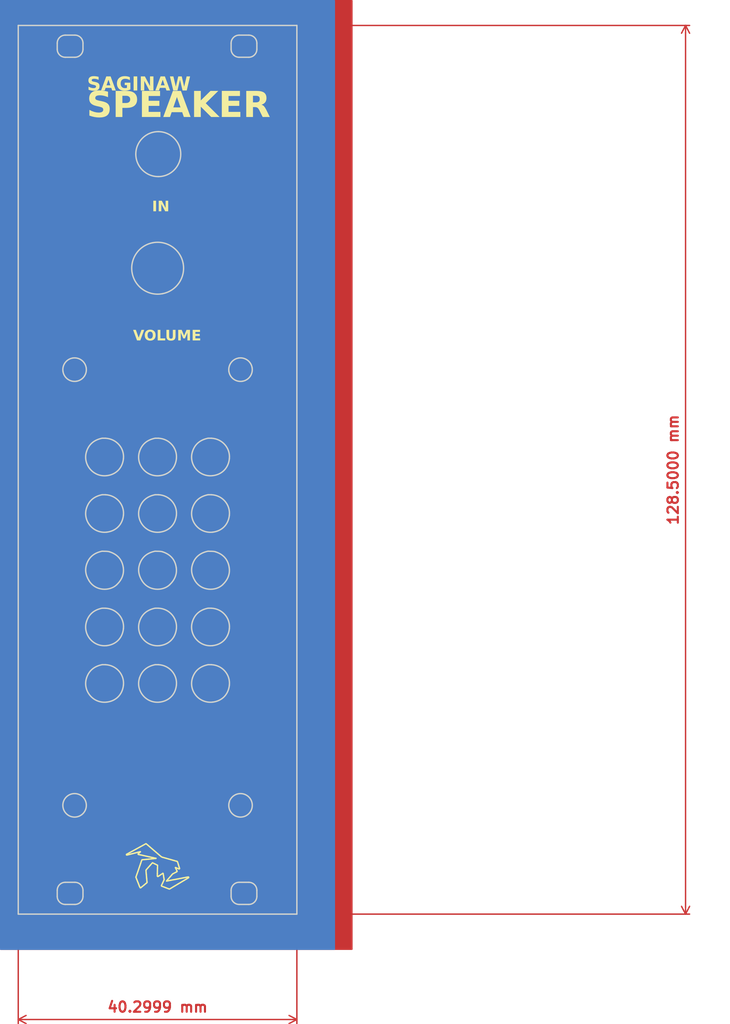
<source format=kicad_pcb>
(kicad_pcb (version 20221018) (generator pcbnew)
  (layers (0 "F.Cu" signal) (31 "B.Cu" signal) (34 "B.Paste" user) (35 "F.Paste" user) (36 "B.SilkS" user "B.Silkscreen") (37 "F.SilkS" user "F.Silkscreen") (38 "B.Mask" user) (39 "F.Mask" user) (44 "Edge.Cuts" user))
  (net 0 "")
  (footprint "LOGO" (layer "F.Cu") (at 20.32 -101.6)
    (fp_text reference "G***" hide)
    (fp_text value "LOGO" hide)
  )
  (gr_rect (start -2.54 -132.08) (end 48.26 5.08) (stroke (width 0.2)) (fill solid) (layer "F.Cu"))
  (gr_rect (start -2.54 -132.08) (end 45.72 5.08) (stroke (width 0.2)) (fill solid) (layer "B.Cu"))
  (gr_curve (pts (xy 21.454531 -4.780492) (xy 21.458765 -4.789311) (xy 21.461234 -4.801305) (xy 21.467584 -4.809067)) (stroke (width 0.2)) (layer "F.SilkS"))
  (gr_curve (pts (xy 22.532268 -7.751233) (xy 22.462417 -7.770636) (xy 22.391862 -7.785805) (xy 22.322012 -7.806619)) (stroke (width 0.2)) (layer "F.SilkS"))
  (gr_curve (pts (xy 19.09727 -7.072842) (xy 19.19499 -7.181497) (xy 19.292003 -7.291917) (xy 19.39184 -7.399867)) (stroke (width 0.2)) (layer "F.SilkS"))
  (gr_curve (pts (xy 22.322012 -7.806619) (xy 22.229584 -7.833078) (xy 22.138215 -7.865181) (xy 22.04614 -7.890933)) (stroke (width 0.2)) (layer "F.SilkS"))
  (gr_curve (pts (xy 24.647876 -5.334353) (xy 24.624592 -5.371747) (xy 24.588255 -5.383742) (xy 24.545923 -5.368219)) (stroke (width 0.2)) (layer "F.SilkS"))
  (gr_curve (pts (xy 17.358429 -8.733719) (xy 17.318565 -8.697736) (xy 17.330207 -8.63988) (xy 17.381713 -8.62577)) (stroke (width 0.2)) (layer "F.SilkS"))
  (gr_curve (pts (xy 23.229356 -6.926438) (xy 23.202546 -7.016397) (xy 23.18032 -7.107061) (xy 23.153154 -7.197372)) (stroke (width 0.2)) (layer "F.SilkS"))
  (gr_curve (pts (xy 17.633949 -8.975372) (xy 17.543285 -8.893527) (xy 17.449445 -8.815564) (xy 17.358429 -8.733719)) (stroke (width 0.2)) (layer "F.SilkS"))
  (gr_curve (pts (xy 17.405702 -6.465358) (xy 17.374304 -6.373283) (xy 17.345024 -6.279444) (xy 17.312921 -6.187017)) (stroke (width 0.2)) (layer "F.SilkS"))
  (gr_curve (pts (xy 21.615751 -4.992864) (xy 21.734636 -5.129389) (xy 21.853171 -5.265914) (xy 21.972409 -5.401028)) (stroke (width 0.2)) (layer "F.SilkS"))
  (gr_curve (pts (xy 22.446543 -5.872691) (xy 22.5873 -5.946069) (xy 22.728764 -6.016625) (xy 22.869171 -6.090356)) (stroke (width 0.2)) (layer "F.SilkS"))
  (gr_curve (pts (xy 17.022584 -5.326239) (xy 17.056099 -5.222522) (xy 17.100548 -5.121981) (xy 17.140059 -5.020733)) (stroke (width 0.2)) (layer "F.SilkS"))
  (gr_curve (pts (xy 22.437017 -3.954639) (xy 22.51357 -3.999795) (xy 22.590124 -4.044244) (xy 22.665617 -4.088342)) (stroke (width 0.2)) (layer "F.SilkS"))
  (gr_curve (pts (xy 18.229437 -8.441619) (xy 18.301051 -8.426097) (xy 18.372665 -8.409516) (xy 18.444985 -8.392936)) (stroke (width 0.2)) (layer "F.SilkS"))
  (gr_curve (pts (xy 21.756156 -7.965722) (xy 21.639034 -7.998177) (xy 21.52297 -8.034161) (xy 21.405143 -8.068027)) (stroke (width 0.2)) (layer "F.SilkS"))
  (gr_curve (pts (xy 20.353512 -5.528733) (xy 20.532018 -5.647266) (xy 20.709817 -5.768269) (xy 20.89044 -5.886097)) (stroke (width 0.2)) (layer "F.SilkS"))
  (gr_curve (pts (xy 20.652315 -8.328378) (xy 20.571882 -8.399639) (xy 20.488626 -8.468784) (xy 20.407487 -8.538634)) (stroke (width 0.2)) (layer "F.SilkS"))
  (gr_curve (pts (xy 24.505352 -5.356225) (xy 24.428095 -5.342467) (xy 24.349426 -5.332236) (xy 24.272167 -5.317772)) (stroke (width 0.2)) (layer "F.SilkS"))
  (gr_curve (pts (xy 17.843145 -3.91407) (xy 17.957798 -4.006497) (xy 18.074568 -4.097514) (xy 18.188162 -4.189589)) (stroke (width 0.2)) (layer "F.SilkS"))
  (gr_curve (pts (xy 17.279054 -8.938683) (xy 17.385946 -8.967964) (xy 17.492837 -8.997244) (xy 17.599729 -9.024056)) (stroke (width 0.2)) (layer "F.SilkS"))
  (gr_curve (pts (xy 21.05307 -5.265208) (xy 21.060831 -5.21723) (xy 21.077059 -5.171369) (xy 21.085173 -5.124097)) (stroke (width 0.2)) (layer "F.SilkS"))
  (gr_curve (pts (xy 23.331309 -6.602236) (xy 23.323194 -6.651625) (xy 23.303439 -6.699603) (xy 23.287917 -6.748286)) (stroke (width 0.2)) (layer "F.SilkS"))
  (gr_curve (pts (xy 20.124559 -7.075664) (xy 20.13867 -7.068255) (xy 20.153134 -7.044972) (xy 20.152782 -7.028392)) (stroke (width 0.2)) (layer "F.SilkS"))
  (gr_curve (pts (xy 17.140059 -5.020733) (xy 17.181334 -4.912431) (xy 17.222257 -4.805186) (xy 17.264943 -4.698647)) (stroke (width 0.2)) (layer "F.SilkS"))
  (gr_curve (pts (xy 18.516246 -10.162117) (xy 18.500724 -10.174816) (xy 18.462623 -10.178697) (xy 18.444985 -10.16882)) (stroke (width 0.2)) (layer "F.SilkS"))
  (gr_curve (pts (xy 17.60996 -9.709503) (xy 17.42581 -9.608256) (xy 17.242365 -9.508419) (xy 17.058568 -9.407878)) (stroke (width 0.2)) (layer "F.SilkS"))
  (gr_curve (pts (xy 23.069546 -7.460897) (xy 23.043089 -7.529689) (xy 23.048381 -7.623527) (xy 22.943607 -7.638697)) (stroke (width 0.2)) (layer "F.SilkS"))
  (gr_curve (pts (xy 18.049874 -8.481483) (xy 18.10914 -8.467372) (xy 18.169112 -8.455378) (xy 18.229437 -8.441619)) (stroke (width 0.2)) (layer "F.SilkS"))
  (gr_curve (pts (xy 21.107045 -3.909131) (xy 21.200885 -3.872089) (xy 21.294018 -3.833283) (xy 21.388562 -3.7973)) (stroke (width 0.2)) (layer "F.SilkS"))
  (gr_curve (pts (xy 20.756384 -4.041775) (xy 20.874564 -3.999795) (xy 20.990629 -3.954639) (xy 21.107045 -3.909131)) (stroke (width 0.2)) (layer "F.SilkS"))
  (gr_curve (pts (xy 23.300971 -6.541205) (xy 23.316845 -6.556375) (xy 23.334838 -6.583186) (xy 23.331309 -6.602236)) (stroke (width 0.2)) (layer "F.SilkS"))
  (gr_curve (pts (xy 18.787885 -9.929283) (xy 18.697573 -10.006894) (xy 18.609732 -10.086975) (xy 18.516246 -10.162117)) (stroke (width 0.2)) (layer "F.SilkS"))
  (gr_curve (pts (xy 19.542829 -8.015463) (xy 19.43382 -8.004175) (xy 19.32587 -7.991475) (xy 19.216862 -7.980186)) (stroke (width 0.2)) (layer "F.SilkS"))
  (gr_curve (pts (xy 19.037651 -8.266289) (xy 19.126551 -8.245828) (xy 19.213686 -8.220428) (xy 19.301881 -8.199966)) (stroke (width 0.2)) (layer "F.SilkS"))
  (gr_curve (pts (xy 15.650631 -8.576733) (xy 15.671446 -8.542161) (xy 15.698257 -8.522053) (xy 15.748704 -8.545336)) (stroke (width 0.2)) (layer "F.SilkS"))
  (gr_curve (pts (xy 23.246288 -6.530622) (xy 23.261104 -6.524625) (xy 23.288975 -6.529917) (xy 23.300971 -6.541205)) (stroke (width 0.2)) (layer "F.SilkS"))
  (gr_curve (pts (xy 22.064837 -4.896908) (xy 22.029207 -4.889853) (xy 21.994635 -4.88315) (xy 21.959709 -4.876447)) (stroke (width 0.2)) (layer "F.SilkS"))
  (gr_curve (pts (xy 20.407487 -8.538634) (xy 20.324937 -8.609894) (xy 20.242387 -8.68045) (xy 20.159838 -8.751711)) (stroke (width 0.2)) (layer "F.SilkS"))
  (gr_curve (pts (xy 22.867053 -6.684786) (xy 22.993348 -6.632928) (xy 23.11929 -6.580364) (xy 23.246288 -6.530622)) (stroke (width 0.2)) (layer "F.SilkS"))
  (gr_curve (pts (xy 19.899134 -8.075436) (xy 19.906895 -8.074025) (xy 19.914303 -8.069438) (xy 19.921359 -8.065558)) (stroke (width 0.2)) (layer "F.SilkS"))
  (gr_curve (pts (xy 23.581781 -5.179836) (xy 23.50558 -5.165372) (xy 23.429029 -5.155142) (xy 23.353533 -5.140678)) (stroke (width 0.2)) (layer "F.SilkS"))
  (gr_curve (pts (xy 20.908079 -4.551539) (xy 20.843168 -4.415014) (xy 20.778256 -4.278136) (xy 20.712287 -4.142317)) (stroke (width 0.2)) (layer "F.SilkS"))
  (gr_curve (pts (xy 21.101048 -4.980164) (xy 21.09364 -4.932186) (xy 21.0633 -4.888441) (xy 21.042487 -4.843286)) (stroke (width 0.2)) (layer "F.SilkS"))
  (gr_curve (pts (xy 21.959709 -4.876447) (xy 21.883156 -4.859867) (xy 21.806957 -4.843286) (xy 21.730404 -4.827764)) (stroke (width 0.2)) (layer "F.SilkS"))
  (gr_curve (pts (xy 17.694979 -7.307438) (xy 17.662523 -7.215364) (xy 17.631479 -7.12223) (xy 17.599729 -7.029097)) (stroke (width 0.2)) (layer "F.SilkS"))
  (gr_curve (pts (xy 17.732021 -3.820583) (xy 17.766593 -3.853392) (xy 17.805046 -3.885142) (xy 17.843145 -3.91407)) (stroke (width 0.2)) (layer "F.SilkS"))
  (gr_curve (pts (xy 16.676157 -9.197622) (xy 16.49236 -9.097081) (xy 16.309268 -8.996539) (xy 16.124765 -8.896703)) (stroke (width 0.2)) (layer "F.SilkS"))
  (gr_curve (pts (xy 17.058568 -9.407878) (xy 16.930863 -9.338028) (xy 16.803862 -9.267472) (xy 16.676157 -9.197622)) (stroke (width 0.2)) (layer "F.SilkS"))
  (gr_curve (pts (xy 20.965935 -5.783791) (xy 20.982514 -5.700536) (xy 21.001917 -5.61728) (xy 21.016029 -5.533319)) (stroke (width 0.2)) (layer "F.SilkS"))
  (gr_curve (pts (xy 18.512365 -7.910336) (xy 18.373371 -7.897636) (xy 18.233671 -7.886347) (xy 18.094324 -7.874352)) (stroke (width 0.2)) (layer "F.SilkS"))
  (gr_curve (pts (xy 23.748645 -4.732514) (xy 23.832605 -4.782608) (xy 23.918684 -4.829881) (xy 24.00335 -4.881033)) (stroke (width 0.2)) (layer "F.SilkS"))
  (gr_curve (pts (xy 15.748704 -8.545336) (xy 15.800562 -8.57003) (xy 15.86124 -8.573911) (xy 15.918389 -8.587316)) (stroke (width 0.2)) (layer "F.SilkS"))
  (gr_curve (pts (xy 24.272167 -5.317772) (xy 24.154692 -5.296958) (xy 24.037217 -5.272617) (xy 23.919742 -5.250391)) (stroke (width 0.2)) (layer "F.SilkS"))
  (gr_curve (pts (xy 23.115409 -5.091994) (xy 23.042736 -5.07753) (xy 22.968653 -5.066947) (xy 22.895628 -5.053542)) (stroke (width 0.2)) (layer "F.SilkS"))
  (gr_curve (pts (xy 21.191007 -8.125178) (xy 21.098579 -8.151283) (xy 21.007915 -8.187267) (xy 20.914077 -8.20667)) (stroke (width 0.2)) (layer "F.SilkS"))
  (gr_curve (pts (xy 19.39184 -7.399867) (xy 19.401012 -7.41045) (xy 19.428529 -7.413272) (xy 19.443345 -7.407275)) (stroke (width 0.2)) (layer "F.SilkS"))
  (gr_curve (pts (xy 16.09619 -8.632472) (xy 16.16992 -8.651875) (xy 16.243298 -8.673747) (xy 16.318088 -8.692444)) (stroke (width 0.2)) (layer "F.SilkS"))
  (gr_curve (pts (xy 22.764394 -6.726061) (xy 22.798966 -6.712302) (xy 22.833186 -6.698897) (xy 22.867053 -6.684786)) (stroke (width 0.2)) (layer "F.SilkS"))
  (gr_line (start 23.03674 -4.308122) (end 23.178909 -4.395258) (stroke (width 0.2)) (layer "F.SilkS"))
  (gr_curve (pts (xy 21.487693 -4.778728) (xy 21.477815 -4.776611) (xy 21.465821 -4.779786) (xy 21.454531 -4.780492)) (stroke (width 0.2)) (layer "F.SilkS"))
  (gr_curve (pts (xy 23.178909 -4.395258) (xy 23.265338 -4.445) (xy 23.352475 -4.493683) (xy 23.438201 -4.54413)) (stroke (width 0.2)) (layer "F.SilkS"))
  (gr_curve (pts (xy 18.613965 -4.706761) (xy 18.601618 -4.847872) (xy 18.591034 -4.988983) (xy 18.578334 -5.129389)) (stroke (width 0.2)) (layer "F.SilkS"))
  (gr_curve (pts (xy 24.305682 -5.06483) (xy 24.40975 -5.126567) (xy 24.51523 -5.186539) (xy 24.618241 -5.249686)) (stroke (width 0.2)) (layer "F.SilkS"))
  (gr_curve (pts (xy 17.036696 -8.872714) (xy 17.118187 -8.893527) (xy 17.198268 -8.916811) (xy 17.279054 -8.938683)) (stroke (width 0.2)) (layer "F.SilkS"))
  (gr_curve (pts (xy 22.425729 -4.966406) (xy 22.305078 -4.944886) (xy 22.184076 -4.920897) (xy 22.064837 -4.896908)) (stroke (width 0.2)) (layer "F.SilkS"))
  (gr_curve (pts (xy 17.381713 -8.62577) (xy 17.466026 -8.603191) (xy 17.551046 -8.587316) (xy 17.636771 -8.57003)) (stroke (width 0.2)) (layer "F.SilkS"))
  (gr_curve (pts (xy 19.761903 -7.26193) (xy 19.883612 -7.201605) (xy 20.004262 -7.139516) (xy 20.124559 -7.075664)) (stroke (width 0.2)) (layer "F.SilkS"))
  (gr_curve (pts (xy 17.044104 -5.424311) (xy 17.033168 -5.392208) (xy 17.013766 -5.35305) (xy 17.022584 -5.326239)) (stroke (width 0.2)) (layer "F.SilkS"))
  (gr_curve (pts (xy 22.158323 -5.606697) (xy 22.163261 -5.6134) (xy 22.166437 -5.622572) (xy 22.171729 -5.628569)) (stroke (width 0.2)) (layer "F.SilkS"))
  (gr_curve (pts (xy 22.171729 -5.628569) (xy 22.22006 -5.685719) (xy 22.264157 -5.746397) (xy 22.317778 -5.79755)) (stroke (width 0.2)) (layer "F.SilkS"))
  (gr_curve (pts (xy 19.301881 -8.199966) (xy 19.37032 -8.18515) (xy 19.439818 -8.176683) (xy 19.508257 -8.162572)) (stroke (width 0.2)) (layer "F.SilkS"))
  (gr_curve (pts (xy 18.525771 -5.728405) (xy 18.520125 -5.786966) (xy 18.513071 -5.845528) (xy 18.507778 -5.904089)) (stroke (width 0.2)) (layer "F.SilkS"))
  (gr_curve (pts (xy 18.561401 -5.305778) (xy 18.549054 -5.446889) (xy 18.537413 -5.587295) (xy 18.525771 -5.728405)) (stroke (width 0.2)) (layer "F.SilkS"))
  (gr_curve (pts (xy 17.264943 -4.698647) (xy 17.293165 -4.627386) (xy 17.324916 -4.55683) (xy 17.352432 -4.485569)) (stroke (width 0.2)) (layer "F.SilkS"))
  (gr_curve (pts (xy 20.953235 -5.87763) (xy 20.959584 -5.846939) (xy 20.959584 -5.815541) (xy 20.965935 -5.783791)) (stroke (width 0.2)) (layer "F.SilkS"))
  (gr_curve (pts (xy 17.501304 -6.744052) (xy 17.468848 -6.651625) (xy 17.437452 -6.558492) (xy 17.405702 -6.465358)) (stroke (width 0.2)) (layer "F.SilkS"))
  (gr_curve (pts (xy 17.870309 -7.81438) (xy 17.841735 -7.745236) (xy 17.818098 -7.673269) (xy 17.793757 -7.602008)) (stroke (width 0.2)) (layer "F.SilkS"))
  (gr_curve (pts (xy 23.287917 -6.748286) (xy 23.268514 -6.808611) (xy 23.246643 -6.867172) (xy 23.229356 -6.926438)) (stroke (width 0.2)) (layer "F.SilkS"))
  (gr_curve (pts (xy 23.919742 -5.250391) (xy 23.882699 -5.241925) (xy 23.844246 -5.235222) (xy 23.806501 -5.227814)) (stroke (width 0.2)) (layer "F.SilkS"))
  (gr_curve (pts (xy 21.742045 -3.662186) (xy 21.787906 -3.646311) (xy 21.844703 -3.615619) (xy 21.882451 -3.629025)) (stroke (width 0.2)) (layer "F.SilkS"))
  (gr_curve (pts (xy 17.63042 -3.829403) (xy 17.655821 -3.786717) (xy 17.692157 -3.78213) (xy 17.732021 -3.820583)) (stroke (width 0.2)) (layer "F.SilkS"))
  (gr_curve (pts (xy 22.7397 -6.699603) (xy 22.735819 -6.707011) (xy 22.738995 -6.719005) (xy 22.738995 -6.728883)) (stroke (width 0.2)) (layer "F.SilkS"))
  (gr_curve (pts (xy 23.806501 -5.227814) (xy 23.731357 -5.211939) (xy 23.657627 -5.193947) (xy 23.581781 -5.179836)) (stroke (width 0.2)) (layer "F.SilkS"))
  (gr_curve (pts (xy 22.662441 -5.004153) (xy 22.583772 -4.988983) (xy 22.504399 -4.980869) (xy 22.425729 -4.966406)) (stroke (width 0.2)) (layer "F.SilkS"))
  (gr_curve (pts (xy 16.80492 -8.815564) (xy 16.882884 -8.835672) (xy 16.960143 -8.852253) (xy 17.036696 -8.872714)) (stroke (width 0.2)) (layer "F.SilkS"))
  (gr_curve (pts (xy 21.730404 -4.827764) (xy 21.649618 -4.810478) (xy 21.568479 -4.794603) (xy 21.487693 -4.778728)) (stroke (width 0.2)) (layer "F.SilkS"))
  (gr_curve (pts (xy 17.352432 -4.485569) (xy 17.408171 -4.340578) (xy 17.458265 -4.194175) (xy 17.516474 -4.050947)) (stroke (width 0.2)) (layer "F.SilkS"))
  (gr_curve (pts (xy 18.507778 -5.904089) (xy 18.495785 -6.0452) (xy 18.475323 -6.186311) (xy 18.477793 -6.326717)) (stroke (width 0.2)) (layer "F.SilkS"))
  (gr_curve (pts (xy 19.665948 -9.174339) (xy 19.584104 -9.244894) (xy 19.502259 -9.314744) (xy 19.42112 -9.384594)) (stroke (width 0.2)) (layer "F.SilkS"))
  (gr_curve (pts (xy 18.444985 -8.392936) (xy 18.50919 -8.379531) (xy 18.573043 -8.365772) (xy 18.636895 -8.351661)) (stroke (width 0.2)) (layer "F.SilkS"))
  (gr_curve (pts (xy 18.851385 -7.944908) (xy 18.738849 -7.93362) (xy 18.62596 -7.920919) (xy 18.512365 -7.910336)) (stroke (width 0.2)) (layer "F.SilkS"))
  (gr_curve (pts (xy 22.738995 -6.728883) (xy 22.747462 -6.728177) (xy 22.756279 -6.728883) (xy 22.764394 -6.726061)) (stroke (width 0.2)) (layer "F.SilkS"))
  (gr_curve (pts (xy 24.545923 -5.368219) (xy 24.532164 -5.363633) (xy 24.519111 -5.357636) (xy 24.505352 -5.356225)) (stroke (width 0.2)) (layer "F.SilkS"))
  (gr_curve (pts (xy 21.016029 -5.533319) (xy 21.030845 -5.444772) (xy 21.039313 -5.354461) (xy 21.05307 -5.265208)) (stroke (width 0.2)) (layer "F.SilkS"))
  (gr_curve (pts (xy 20.712287 -4.142317) (xy 20.690062 -4.098219) (xy 20.710876 -4.058355) (xy 20.756384 -4.041775)) (stroke (width 0.2)) (layer "F.SilkS"))
  (gr_curve (pts (xy 21.388562 -3.7973) (xy 21.506037 -3.751439) (xy 21.623512 -3.705578) (xy 21.742045 -3.662186)) (stroke (width 0.2)) (layer "F.SilkS"))
  (gr_curve (pts (xy 18.188162 -4.189589) (xy 18.273182 -4.258733) (xy 18.354673 -4.331406) (xy 18.437224 -4.401961)) (stroke (width 0.2)) (layer "F.SilkS"))
  (gr_curve (pts (xy 22.04614 -7.890933) (xy 21.949831 -7.917745) (xy 21.853171 -7.938911) (xy 21.756156 -7.965722)) (stroke (width 0.2)) (layer "F.SilkS"))
  (gr_curve (pts (xy 15.688732 -8.662458) (xy 15.657335 -8.645878) (xy 15.627701 -8.615892) (xy 15.650631 -8.576733)) (stroke (width 0.2)) (layer "F.SilkS"))
  (gr_curve (pts (xy 20.89044 -5.886097) (xy 20.905257 -5.894916) (xy 20.940886 -5.934075) (xy 20.953235 -5.87763)) (stroke (width 0.2)) (layer "F.SilkS"))
  (gr_curve (pts (xy 17.91864 -7.85495) (xy 17.900649 -7.851775) (xy 17.87807 -7.832372) (xy 17.870309 -7.81438)) (stroke (width 0.2)) (layer "F.SilkS"))
  (gr_curve (pts (xy 22.869171 -6.090356) (xy 23.007459 -6.163028) (xy 23.004636 -6.159852) (xy 22.934081 -6.294261)) (stroke (width 0.2)) (layer "F.SilkS"))
  (gr_curve (pts (xy 18.477793 -6.326717) (xy 18.478145 -6.3754) (xy 18.531062 -6.426552) (xy 18.567046 -6.47065)) (stroke (width 0.2)) (layer "F.SilkS"))
  (gr_curve (pts (xy 21.972409 -5.401028) (xy 22.033087 -5.470878) (xy 22.096234 -5.538611) (xy 22.158323 -5.606697)) (stroke (width 0.2)) (layer "F.SilkS"))
  (gr_curve (pts (xy 16.318088 -8.692444) (xy 16.399226 -8.712553) (xy 16.481423 -8.729839) (xy 16.562916 -8.7503)) (stroke (width 0.2)) (layer "F.SilkS"))
  (gr_curve (pts (xy 18.437224 -4.401961) (xy 18.470384 -4.429831) (xy 18.502487 -4.458405) (xy 18.538471 -4.481689)) (stroke (width 0.2)) (layer "F.SilkS"))
  (gr_curve (pts (xy 17.312921 -6.187017) (xy 17.268471 -6.061075) (xy 17.221904 -5.936192) (xy 17.177453 -5.81025)) (stroke (width 0.2)) (layer "F.SilkS"))
  (gr_curve (pts (xy 22.943607 -7.638697) (xy 22.923851 -7.641519) (xy 22.903035 -7.643283) (xy 22.883632 -7.648222)) (stroke (width 0.2)) (layer "F.SilkS"))
  (gr_curve (pts (xy 18.094324 -7.874352) (xy 18.035763 -7.869061) (xy 17.976496 -7.865181) (xy 17.91864 -7.85495)) (stroke (width 0.2)) (layer "F.SilkS"))
  (gr_curve (pts (xy 18.444985 -10.16882) (xy 18.282707 -10.082389) (xy 18.122545 -9.991725) (xy 17.96168 -9.902472)) (stroke (width 0.2)) (layer "F.SilkS"))
  (gr_curve (pts (xy 19.921359 -8.065558) (xy 19.914303 -8.060619) (xy 19.906895 -8.052152) (xy 19.899134 -8.051447)) (stroke (width 0.2)) (layer "F.SilkS"))
  (gr_curve (pts (xy 18.538471 -4.481689) (xy 18.59421 -4.517672) (xy 18.644304 -4.555067) (xy 18.630899 -4.632678)) (stroke (width 0.2)) (layer "F.SilkS"))
  (gr_curve (pts (xy 17.664992 -9.021939) (xy 17.654409 -9.006064) (xy 17.647706 -8.986661) (xy 17.633949 -8.975372)) (stroke (width 0.2)) (layer "F.SilkS"))
  (gr_curve (pts (xy 17.516474 -4.050947) (xy 17.547871 -3.974394) (xy 17.589145 -3.900664) (xy 17.63042 -3.829403)) (stroke (width 0.2)) (layer "F.SilkS"))
  (gr_curve (pts (xy 18.567046 -6.47065) (xy 18.642187 -6.561667) (xy 18.720856 -6.64845) (xy 18.79882 -6.73735)) (stroke (width 0.2)) (layer "F.SilkS"))
  (gr_curve (pts (xy 20.119267 -5.865636) (xy 20.116798 -5.745691) (xy 20.118562 -5.625747) (xy 20.118562 -5.504744)) (stroke (width 0.2)) (layer "F.SilkS"))
  (gr_curve (pts (xy 23.153154 -7.197372) (xy 23.127402 -7.285919) (xy 23.100945 -7.374466) (xy 23.069546 -7.460897)) (stroke (width 0.2)) (layer "F.SilkS"))
  (gr_curve (pts (xy 18.840095 -8.3058) (xy 18.906418 -8.291689) (xy 18.972387 -8.281105) (xy 19.037651 -8.266289)) (stroke (width 0.2)) (layer "F.SilkS"))
  (gr_curve (pts (xy 16.562916 -8.7503) (xy 16.644054 -8.770408) (xy 16.724488 -8.794397) (xy 16.80492 -8.815564)) (stroke (width 0.2)) (layer "F.SilkS"))
  (gr_curve (pts (xy 17.599729 -7.029097) (xy 17.566567 -6.934553) (xy 17.53376 -6.839302) (xy 17.501304 -6.744052)) (stroke (width 0.2)) (layer "F.SilkS"))
  (gr_curve (pts (xy 18.636895 -8.351661) (xy 18.704982 -8.336844) (xy 18.772362 -8.320264) (xy 18.840095 -8.3058)) (stroke (width 0.2)) (layer "F.SilkS"))
  (gr_curve (pts (xy 22.317778 -5.79755) (xy 22.353057 -5.830358) (xy 22.402445 -5.850114) (xy 22.446543 -5.872691)) (stroke (width 0.2)) (layer "F.SilkS"))
  (gr_curve (pts (xy 19.030243 -9.722203) (xy 18.949457 -9.791347) (xy 18.868671 -9.859433) (xy 18.787885 -9.929283)) (stroke (width 0.2)) (layer "F.SilkS"))
  (gr_curve (pts (xy 19.443345 -7.407275) (xy 19.550237 -7.361061) (xy 19.657128 -7.312731) (xy 19.761903 -7.26193)) (stroke (width 0.2)) (layer "F.SilkS"))
  (gr_curve (pts (xy 17.177453 -5.81025) (xy 17.132298 -5.681839) (xy 17.088554 -5.552722) (xy 17.044104 -5.424311)) (stroke (width 0.2)) (layer "F.SilkS"))
  (gr_curve (pts (xy 17.793757 -7.602008) (xy 17.760242 -7.504289) (xy 17.727787 -7.405864) (xy 17.694979 -7.307438)) (stroke (width 0.2)) (layer "F.SilkS"))
  (gr_curve (pts (xy 20.212048 -5.440186) (xy 20.259673 -5.469467) (xy 20.307651 -5.497336) (xy 20.353512 -5.528733)) (stroke (width 0.2)) (layer "F.SilkS"))
  (gr_curve (pts (xy 22.100468 -3.75285) (xy 22.212651 -3.820583) (xy 22.324834 -3.887964) (xy 22.437017 -3.954639)) (stroke (width 0.2)) (layer "F.SilkS"))
  (gr_curve (pts (xy 20.159838 -8.751711) (xy 20.077992 -8.822266) (xy 19.996148 -8.891411) (xy 19.914303 -8.961261)) (stroke (width 0.2)) (layer "F.SilkS"))
  (gr_curve (pts (xy 16.124765 -8.896703) (xy 15.979774 -8.818386) (xy 15.832664 -8.741834) (xy 15.688732 -8.662458)) (stroke (width 0.2)) (layer "F.SilkS"))
  (gr_curve (pts (xy 21.882451 -3.629025) (xy 21.960061 -3.656895) (xy 22.028854 -3.709458) (xy 22.100468 -3.75285)) (stroke (width 0.2)) (layer "F.SilkS"))
  (gr_curve (pts (xy 17.636771 -8.57003) (xy 17.703798 -8.55592) (xy 17.770827 -8.545336) (xy 17.837854 -8.53193)) (stroke (width 0.2)) (layer "F.SilkS"))
  (gr_curve (pts (xy 17.96168 -9.902472) (xy 17.84491 -9.837914) (xy 17.727787 -9.773356) (xy 17.60996 -9.709503)) (stroke (width 0.2)) (layer "F.SilkS"))
  (gr_curve (pts (xy 22.895628 -5.053542) (xy 22.817664 -5.038019) (xy 22.740758 -5.018264) (xy 22.662441 -5.004153)) (stroke (width 0.2)) (layer "F.SilkS"))
  (gr_curve (pts (xy 15.918389 -8.587316) (xy 15.977657 -8.60178) (xy 16.036571 -8.616597) (xy 16.09619 -8.632472)) (stroke (width 0.2)) (layer "F.SilkS"))
  (gr_curve (pts (xy 21.467584 -4.809067) (xy 21.516267 -4.87045) (xy 21.564951 -4.932892) (xy 21.615751 -4.992864)) (stroke (width 0.2)) (layer "F.SilkS"))
  (gr_curve (pts (xy 23.438201 -4.54413) (xy 23.54227 -4.60622) (xy 23.644928 -4.670778) (xy 23.748645 -4.732514)) (stroke (width 0.2)) (layer "F.SilkS"))
  (gr_curve (pts (xy 21.405143 -8.068027) (xy 21.333529 -8.088136) (xy 21.262268 -8.104716) (xy 21.191007 -8.125178)) (stroke (width 0.2)) (layer "F.SilkS"))
  (gr_curve (pts (xy 21.042487 -4.843286) (xy 20.997332 -4.745919) (xy 20.953235 -4.6482) (xy 20.908079 -4.551539)) (stroke (width 0.2)) (layer "F.SilkS"))
  (gr_curve (pts (xy 19.42112 -9.384594) (xy 19.29024 -9.49713) (xy 19.160065 -9.609667) (xy 19.030243 -9.722203)) (stroke (width 0.2)) (layer "F.SilkS"))
  (gr_curve (pts (xy 20.152782 -7.028392) (xy 20.149253 -6.897864) (xy 20.140787 -6.766278) (xy 20.136906 -6.63575)) (stroke (width 0.2)) (layer "F.SilkS"))
  (gr_curve (pts (xy 17.837854 -8.53193) (xy 17.908762 -8.516055) (xy 17.978966 -8.497358) (xy 18.049874 -8.481483)) (stroke (width 0.2)) (layer "F.SilkS"))
  (gr_curve (pts (xy 18.630899 -4.632678) (xy 18.626312 -4.657372) (xy 18.616435 -4.681361) (xy 18.613965 -4.706761)) (stroke (width 0.2)) (layer "F.SilkS"))
  (gr_curve (pts (xy 19.899134 -8.051447) (xy 19.780601 -8.038747) (xy 19.661362 -8.027458) (xy 19.542829 -8.015463)) (stroke (width 0.2)) (layer "F.SilkS"))
  (gr_curve (pts (xy 22.665617 -4.088342) (xy 22.789441 -4.161014) (xy 22.913973 -4.233333) (xy 23.03674 -4.308122)) (stroke (width 0.2)) (layer "F.SilkS"))
  (gr_curve (pts (xy 19.216862 -7.980186) (xy 19.095506 -7.968192) (xy 18.973446 -7.956903) (xy 18.851385 -7.944908)) (stroke (width 0.2)) (layer "F.SilkS"))
  (gr_curve (pts (xy 19.508257 -8.162572) (xy 19.638784 -8.135408) (xy 19.769312 -8.104716) (xy 19.899134 -8.075436)) (stroke (width 0.2)) (layer "F.SilkS"))
  (gr_curve (pts (xy 20.118562 -5.504744) (xy 20.11962 -5.455003) (xy 20.174654 -5.416903) (xy 20.212048 -5.440186)) (stroke (width 0.2)) (layer "F.SilkS"))
  (gr_curve (pts (xy 19.914303 -8.961261) (xy 19.831401 -9.032522) (xy 19.748498 -9.103783) (xy 19.665948 -9.174339)) (stroke (width 0.2)) (layer "F.SilkS"))
  (gr_curve (pts (xy 17.599729 -9.024056) (xy 17.619837 -9.029347) (xy 17.64312 -9.022645) (xy 17.664992 -9.021939)) (stroke (width 0.2)) (layer "F.SilkS"))
  (gr_curve (pts (xy 18.578334 -5.129389) (xy 18.573043 -5.18795) (xy 18.56634 -5.246511) (xy 18.561401 -5.305778)) (stroke (width 0.2)) (layer "F.SilkS"))
  (gr_curve (pts (xy 23.353533 -5.140678) (xy 23.273805 -5.125508) (xy 23.195136 -5.106811) (xy 23.115409 -5.091994)) (stroke (width 0.2)) (layer "F.SilkS"))
  (gr_curve (pts (xy 18.79882 -6.73735) (xy 18.897952 -6.84918) (xy 18.997787 -6.961011) (xy 19.09727 -7.072842)) (stroke (width 0.2)) (layer "F.SilkS"))
  (gr_curve (pts (xy 22.934081 -6.294261) (xy 22.864937 -6.427258) (xy 22.803553 -6.563783) (xy 22.7397 -6.699603)) (stroke (width 0.2)) (layer "F.SilkS"))
  (gr_curve (pts (xy 24.618241 -5.249686) (xy 24.647521 -5.267678) (xy 24.67151 -5.296958) (xy 24.647876 -5.334353)) (stroke (width 0.2)) (layer "F.SilkS"))
  (gr_curve (pts (xy 20.914077 -8.20667) (xy 20.81565 -8.227836) (xy 20.727809 -8.261703) (xy 20.652315 -8.328378)) (stroke (width 0.2)) (layer "F.SilkS"))
  (gr_curve (pts (xy 21.085173 -5.124097) (xy 21.093993 -5.076119) (xy 21.108457 -5.025672) (xy 21.101048 -4.980164)) (stroke (width 0.2)) (layer "F.SilkS"))
  (gr_curve (pts (xy 22.883632 -7.648222) (xy 22.766512 -7.682089) (xy 22.649743 -7.717366) (xy 22.532268 -7.751233)) (stroke (width 0.2)) (layer "F.SilkS"))
  (gr_curve (pts (xy 24.00335 -4.881033) (xy 24.104598 -4.941005) (xy 24.205139 -5.004153) (xy 24.305682 -5.06483)) (stroke (width 0.2)) (layer "F.SilkS"))
  (gr_curve (pts (xy 20.136906 -6.63575) (xy 20.12985 -6.379986) (xy 20.123854 -6.123164) (xy 20.119267 -5.865636)) (stroke (width 0.2)) (layer "F.SilkS"))
  (gr_curve (pts (xy 19.784836 -36.066306) (xy 18.68805 -35.837353) (xy 17.903118 -35.254916) (xy 17.541169 -34.151781)) (stroke (width 0.2)) (layer "Edge.Cuts"))
  (gr_curve (pts (xy 19.784836 -44.234275) (xy 18.68805 -44.005322) (xy 17.903118 -43.422885) (xy 17.541169 -42.319749)) (stroke (width 0.2)) (layer "Edge.Cuts"))
  (gr_curve (pts (xy 17.900296 -48.206624) (xy 18.816813 -46.703087) (xy 20.883386 -46.648052) (xy 21.912086 -47.636536)) (stroke (width 0.2)) (layer "Edge.Cuts"))
  (gr_curve (pts (xy 20.470282 -63.399559) (xy 21.758627 -63.551257) (xy 22.728412 -64.44872) (xy 22.875168 -65.848543)) (stroke (width 0.2)) (layer "Edge.Cuts"))
  (gr_line (start 9.36244 -2.562366) (end 9.36244 -3.437608) (stroke (width 0.2)) (layer "Edge.Cuts"))
  (gr_curve (pts (xy 30.471894 -78.456604) (xy 30.622289 -77.529825) (xy 31.495513 -76.900443) (xy 32.422293 -77.050839)) (stroke (width 0.2)) (layer "Edge.Cuts"))
  (gr_curve (pts (xy 19.784836 -60.642536) (xy 18.68805 -60.413582) (xy 17.903118 -59.831146) (xy 17.541169 -58.72801)) (stroke (width 0.2)) (layer "Edge.Cuts"))
  (gr_curve (pts (xy 12.629585 -36.065246) (xy 12.473305 -36.073008) (xy 12.316319 -36.066306) (xy 12.159685 -36.066306)) (stroke (width 0.2)) (layer "Edge.Cuts"))
  (gr_curve (pts (xy 25.561395 -48.206624) (xy 26.477911 -46.703087) (xy 28.544484 -46.648052) (xy 29.573184 -47.636536)) (stroke (width 0.2)) (layer "Edge.Cuts"))
  (gr_curve (pts (xy 10.239164 -48.206624) (xy 11.15568 -46.703087) (xy 13.222252 -46.648052) (xy 14.250952 -47.636536)) (stroke (width 0.2)) (layer "Edge.Cuts"))
  (gr_curve (pts (xy 15.214036 -33.104383) (xy 15.37455 -34.636145) (xy 14.208619 -35.985166) (xy 12.629585 -36.065246)) (stroke (width 0.2)) (layer "Edge.Cuts"))
  (gr_line (start 5.637459 -125.937608) (end 5.637459 -125.062371) (stroke (width 0.2)) (layer "Edge.Cuts"))
  (gr_curve (pts (xy 12.809149 -55.231625) (xy 14.097494 -55.383323) (xy 15.06728 -56.280786) (xy 15.214036 -57.680609)) (stroke (width 0.2)) (layer "Edge.Cuts"))
  (gr_line (start 6.799862 -123.899963) (end 8.200037 -123.899963) (stroke (width 0.2)) (layer "Edge.Cuts"))
  (gr_curve (pts (xy 22.875168 -57.680609) (xy 23.035682 -59.212374) (xy 21.869753 -60.561393) (xy 20.290719 -60.641475)) (stroke (width 0.2)) (layer "Edge.Cuts"))
  (gr_curve (pts (xy 8.200037 -123.899963) (xy 8.83927 -123.899963) (xy 9.36244 -124.423133) (xy 9.36244 -125.062371)) (stroke (width 0.2)) (layer "Edge.Cuts"))
  (gr_curve (pts (xy 9.880036 -34.151781) (xy 9.284195 -32.336032) (xy 10.7962 -30.417981) (xy 12.809149 -30.655399)) (stroke (width 0.2)) (layer "Edge.Cuts"))
  (gr_curve (pts (xy 9.880036 -58.72801) (xy 9.284195 -56.912261) (xy 10.7962 -54.99421) (xy 12.809149 -55.231625)) (stroke (width 0.2)) (layer "Edge.Cuts"))
  (gr_curve (pts (xy 27.445935 -60.642536) (xy 26.349148 -60.413582) (xy 25.564215 -59.831146) (xy 25.202268 -58.72801)) (stroke (width 0.2)) (layer "Edge.Cuts"))
  (gr_curve (pts (xy 30.536266 -57.680609) (xy 30.69678 -59.212374) (xy 29.53085 -60.561393) (xy 27.951817 -60.641475)) (stroke (width 0.2)) (layer "Edge.Cuts"))
  (gr_curve (pts (xy 12.809149 -30.655399) (xy 14.097494 -30.807094) (xy 15.06728 -31.70456) (xy 15.214036 -33.104383)) (stroke (width 0.2)) (layer "Edge.Cuts"))
  (gr_curve (pts (xy 17.003784 -109.894014) (xy 17.003784 -108.099076) (xy 18.458639 -106.643867) (xy 20.253572 -106.643867)) (stroke (width 0.2)) (layer "Edge.Cuts"))
  (gr_curve (pts (xy 17.541169 -58.72801) (xy 16.945328 -56.912261) (xy 18.457333 -54.99421) (xy 20.470282 -55.231625)) (stroke (width 0.2)) (layer "Edge.Cuts"))
  (gr_line (start 0 -128.500016) (end 40.299922 -128.500016) (stroke (width 0.2)) (layer "Edge.Cuts"))
  (gr_line (start 31.949883 -123.899963) (end 33.350058 -123.899963) (stroke (width 0.2)) (layer "Edge.Cuts"))
  (gr_curve (pts (xy 27.445935 -52.474532) (xy 26.395361 -52.257216) (xy 25.61819 -51.71253) (xy 25.23966 -50.668306)) (stroke (width 0.2)) (layer "Edge.Cuts"))
  (gr_curve (pts (xy 34.512461 -3.437608) (xy 34.512461 -4.076841) (xy 33.989291 -4.600011) (xy 33.350058 -4.600011)) (stroke (width 0.2)) (layer "Edge.Cuts"))
  (gr_line (start 33.350058 -127.100015) (end 31.949883 -127.100015) (stroke (width 0.2)) (layer "Edge.Cuts"))
  (gr_curve (pts (xy 20.253572 -106.643867) (xy 22.048506 -106.643867) (xy 23.503714 -108.099076) (xy 23.503714 -109.894014)) (stroke (width 0.2)) (layer "Edge.Cuts"))
  (gr_curve (pts (xy 6.799862 -4.600011) (xy 6.160629 -4.600011) (xy 5.637459 -4.076841) (xy 5.637459 -3.437608)) (stroke (width 0.2)) (layer "Edge.Cuts"))
  (gr_curve (pts (xy 13.203907 -52.390213) (xy 12.880057 -52.493577) (xy 12.509288 -52.45054) (xy 12.159685 -52.474532)) (stroke (width 0.2)) (layer "Edge.Cuts"))
  (gr_curve (pts (xy 14.250952 -47.636536) (xy 14.937458 -48.296228) (xy 15.331158 -49.100211) (xy 15.19428 -50.089045)) (stroke (width 0.2)) (layer "Edge.Cuts"))
  (gr_curve (pts (xy 20.253572 -113.144149) (xy 18.458639 -113.144149) (xy 17.003784 -111.688941) (xy 17.003784 -109.894014)) (stroke (width 0.2)) (layer "Edge.Cuts"))
  (gr_curve (pts (xy 19.784836 -68.810469) (xy 18.68805 -68.581516) (xy 17.903118 -67.999079) (xy 17.541169 -66.895944)) (stroke (width 0.2)) (layer "Edge.Cuts"))
  (gr_curve (pts (xy 12.123703 -44.234275) (xy 11.026916 -44.005322) (xy 10.241986 -43.422885) (xy 9.880036 -42.319749)) (stroke (width 0.2)) (layer "Edge.Cuts"))
  (gr_curve (pts (xy 28.131379 -30.655399) (xy 29.419724 -30.807094) (xy 30.38951 -31.70456) (xy 30.536266 -33.104383)) (stroke (width 0.2)) (layer "Edge.Cuts"))
  (gr_curve (pts (xy 22.875168 -65.848543) (xy 23.035682 -67.380308) (xy 21.869753 -68.729327) (xy 20.290719 -68.809409)) (stroke (width 0.2)) (layer "Edge.Cuts"))
  (gr_curve (pts (xy 6.471894 -78.456604) (xy 6.622289 -77.529825) (xy 7.495513 -76.900443) (xy 8.422293 -77.050839)) (stroke (width 0.2)) (layer "Edge.Cuts"))
  (gr_line (start 33.350058 -4.600011) (end 31.949883 -4.600011) (stroke (width 0.2)) (layer "Edge.Cuts"))
  (gr_curve (pts (xy 15.214036 -41.272352) (xy 15.37455 -42.804114) (xy 14.208619 -44.153135) (xy 12.629585 -44.233215)) (stroke (width 0.2)) (layer "Edge.Cuts"))
  (gr_curve (pts (xy 31.949883 -4.600011) (xy 31.310648 -4.600011) (xy 30.787481 -4.076841) (xy 30.787481 -3.437608)) (stroke (width 0.2)) (layer "Edge.Cuts"))
  (gr_curve (pts (xy 15.214036 -57.680609) (xy 15.37455 -59.212374) (xy 14.208619 -60.561393) (xy 12.629585 -60.641475)) (stroke (width 0.2)) (layer "Edge.Cuts"))
  (gr_line (start 34.512461 -2.562366) (end 34.512461 -3.437608) (stroke (width 0.2)) (layer "Edge.Cuts"))
  (gr_line (start 30.787481 -125.937608) (end 30.787481 -125.062371) (stroke (width 0.2)) (layer "Edge.Cuts"))
  (gr_curve (pts (xy 20.290719 -60.641475) (xy 20.134438 -60.649237) (xy 19.977452 -60.642536) (xy 19.820819 -60.642536)) (stroke (width 0.2)) (layer "Edge.Cuts"))
  (gr_curve (pts (xy 7.877663 -80.407) (xy 6.950883 -80.256604) (xy 6.321498 -79.383382) (xy 6.471894 -78.456604)) (stroke (width 0.2)) (layer "Edge.Cuts"))
  (gr_line (start 40.299922 -128.500016) (end 40.299922 0) (stroke (width 0.2)) (layer "Edge.Cuts"))
  (gr_curve (pts (xy 9.36244 -125.937608) (xy 9.36244 -126.576845) (xy 8.83927 -127.100015) (xy 8.200037 -127.100015)) (stroke (width 0.2)) (layer "Edge.Cuts"))
  (gr_curve (pts (xy 33.350058 -123.899963) (xy 33.989291 -123.899963) (xy 34.512461 -124.423133) (xy 34.512461 -125.062371)) (stroke (width 0.2)) (layer "Edge.Cuts"))
  (gr_curve (pts (xy 28.526139 -52.390213) (xy 28.202289 -52.493577) (xy 27.831519 -52.45054) (xy 27.481917 -52.474532)) (stroke (width 0.2)) (layer "Edge.Cuts"))
  (gr_curve (pts (xy 30.787481 -125.062371) (xy 30.787481 -124.423133) (xy 31.310648 -123.899963) (xy 31.949883 -123.899963)) (stroke (width 0.2)) (layer "Edge.Cuts"))
  (gr_curve (pts (xy 20.290719 -44.233215) (xy 20.134438 -44.240977) (xy 19.977452 -44.234275) (xy 19.820819 -44.234275)) (stroke (width 0.2)) (layer "Edge.Cuts"))
  (gr_line (start 5.637459 -3.437608) (end 5.637459 -2.562366) (stroke (width 0.2)) (layer "Edge.Cuts"))
  (gr_curve (pts (xy 15.19428 -50.089045) (xy 15.028827 -51.284257) (xy 14.321156 -52.032849) (xy 13.203907 -52.390213)) (stroke (width 0.2)) (layer "Edge.Cuts"))
  (gr_curve (pts (xy 12.629585 -60.641475) (xy 12.473305 -60.649237) (xy 12.316319 -60.642536) (xy 12.159685 -60.642536)) (stroke (width 0.2)) (layer "Edge.Cuts"))
  (gr_line (start 6.799862 -1.399963) (end 8.200037 -1.399963) (stroke (width 0.2)) (layer "Edge.Cuts"))
  (gr_curve (pts (xy 25.202268 -58.72801) (xy 24.606425 -56.912261) (xy 26.118432 -54.99421) (xy 28.131379 -55.231625)) (stroke (width 0.2)) (layer "Edge.Cuts"))
  (gr_curve (pts (xy 25.23966 -50.668306) (xy 24.920397 -49.787772) (xy 25.082674 -48.991556) (xy 25.561395 -48.206624)) (stroke (width 0.2)) (layer "Edge.Cuts"))
  (gr_curve (pts (xy 5.637459 -125.062371) (xy 5.637459 -124.423133) (xy 6.160629 -123.899963) (xy 6.799862 -123.899963)) (stroke (width 0.2)) (layer "Edge.Cuts"))
  (gr_line (start 9.36244 -125.062371) (end 9.36244 -125.937608) (stroke (width 0.2)) (layer "Edge.Cuts"))
  (gr_curve (pts (xy 30.536266 -33.104383) (xy 30.69678 -34.636145) (xy 29.53085 -35.985166) (xy 27.951817 -36.065246)) (stroke (width 0.2)) (layer "Edge.Cuts"))
  (gr_curve (pts (xy 9.880036 -42.319749) (xy 9.284195 -40.504001) (xy 10.7962 -38.58595) (xy 12.809149 -38.823368)) (stroke (width 0.2)) (layer "Edge.Cuts"))
  (gr_curve (pts (xy 20.871429 -89.714814) (xy 22.905143 -90.106472) (xy 24.236293 -92.07262) (xy 23.844636 -94.10633)) (stroke (width 0.2)) (layer "Edge.Cuts"))
  (gr_curve (pts (xy 30.536266 -65.848543) (xy 30.69678 -67.380308) (xy 29.53085 -68.729327) (xy 27.951817 -68.809409)) (stroke (width 0.2)) (layer "Edge.Cuts"))
  (gr_curve (pts (xy 20.86504 -52.390213) (xy 20.541191 -52.493577) (xy 20.170422 -52.45054) (xy 19.820819 -52.474532)) (stroke (width 0.2)) (layer "Edge.Cuts"))
  (gr_curve (pts (xy 12.629585 -68.809409) (xy 12.473305 -68.817171) (xy 12.316319 -68.810469) (xy 12.159685 -68.810469)) (stroke (width 0.2)) (layer "Edge.Cuts"))
  (gr_curve (pts (xy 22.875168 -41.272352) (xy 23.035682 -42.804114) (xy 21.869753 -44.153135) (xy 20.290719 -44.233215)) (stroke (width 0.2)) (layer "Edge.Cuts"))
  (gr_circle (center 32.149978 -15.728914) (end 33.850014 -15.728914) (stroke (width 0.2)) (fill none) (layer "Edge.Cuts"))
  (gr_curve (pts (xy 12.123703 -36.066306) (xy 11.026916 -35.837353) (xy 10.241986 -35.254916) (xy 9.880036 -34.151781)) (stroke (width 0.2)) (layer "Edge.Cuts"))
  (gr_curve (pts (xy 9.91743 -50.668306) (xy 9.598167 -49.787772) (xy 9.760444 -48.991556) (xy 10.239164 -48.206624)) (stroke (width 0.2)) (layer "Edge.Cuts"))
  (gr_curve (pts (xy 27.445935 -44.234275) (xy 26.349148 -44.005322) (xy 25.564215 -43.422885) (xy 25.202268 -42.319749)) (stroke (width 0.2)) (layer "Edge.Cuts"))
  (gr_curve (pts (xy 20.470282 -55.231625) (xy 21.758627 -55.383323) (xy 22.728412 -56.280786) (xy 22.875168 -57.680609)) (stroke (width 0.2)) (layer "Edge.Cuts"))
  (gr_curve (pts (xy 16.479908 -92.688012) (xy 16.871565 -90.654303) (xy 18.837716 -89.323156) (xy 20.871429 -89.714814)) (stroke (width 0.2)) (layer "Edge.Cuts"))
  (gr_curve (pts (xy 31.949883 -127.100015) (xy 31.310648 -127.100015) (xy 30.787481 -126.576845) (xy 30.787481 -125.937608)) (stroke (width 0.2)) (layer "Edge.Cuts"))
  (gr_curve (pts (xy 25.202268 -66.895944) (xy 24.606425 -65.080195) (xy 26.118432 -63.162144) (xy 28.131379 -63.399559)) (stroke (width 0.2)) (layer "Edge.Cuts"))
  (gr_curve (pts (xy 12.809149 -38.823368) (xy 14.097494 -38.975062) (xy 15.06728 -39.872529) (xy 15.214036 -41.272352)) (stroke (width 0.2)) (layer "Edge.Cuts"))
  (gr_curve (pts (xy 17.541169 -66.895944) (xy 16.945328 -65.080195) (xy 18.457333 -63.162144) (xy 20.470282 -63.399559)) (stroke (width 0.2)) (layer "Edge.Cuts"))
  (gr_curve (pts (xy 8.422293 -77.050839) (xy 9.349074 -77.201235) (xy 9.978458 -78.074457) (xy 9.828063 -79.001235)) (stroke (width 0.2)) (layer "Edge.Cuts"))
  (gr_curve (pts (xy 27.951817 -36.065246) (xy 27.795536 -36.073008) (xy 27.63855 -36.066306) (xy 27.481917 -36.066306)) (stroke (width 0.2)) (layer "Edge.Cuts"))
  (gr_curve (pts (xy 22.855412 -50.089045) (xy 22.689959 -51.284257) (xy 21.982289 -52.032849) (xy 20.86504 -52.390213)) (stroke (width 0.2)) (layer "Edge.Cuts"))
  (gr_line (start 31.949883 -1.399963) (end 33.350058 -1.399963) (stroke (width 0.2)) (layer "Edge.Cuts"))
  (gr_curve (pts (xy 5.637459 -2.562366) (xy 5.637459 -1.923133) (xy 6.160629 -1.399963) (xy 6.799862 -1.399963)) (stroke (width 0.2)) (layer "Edge.Cuts"))
  (gr_circle (center 8.149978 -15.728914) (end 9.850014 -15.728914) (stroke (width 0.2)) (fill none) (layer "Edge.Cuts"))
  (gr_curve (pts (xy 20.290719 -36.065246) (xy 20.134438 -36.073008) (xy 19.977452 -36.066306) (xy 19.820819 -36.066306)) (stroke (width 0.2)) (layer "Edge.Cuts"))
  (gr_curve (pts (xy 28.131379 -38.823368) (xy 29.419724 -38.975062) (xy 30.38951 -39.872529) (xy 30.536266 -41.272352)) (stroke (width 0.2)) (layer "Edge.Cuts"))
  (gr_curve (pts (xy 23.844636 -94.10633) (xy 23.452979 -96.14004) (xy 21.486828 -97.471186) (xy 19.453114 -97.079528)) (stroke (width 0.2)) (layer "Edge.Cuts"))
  (gr_curve (pts (xy 30.536266 -41.272352) (xy 30.69678 -42.804114) (xy 29.53085 -44.153135) (xy 27.951817 -44.233215)) (stroke (width 0.2)) (layer "Edge.Cuts"))
  (gr_curve (pts (xy 20.470282 -30.655399) (xy 21.758627 -30.807094) (xy 22.728412 -31.70456) (xy 22.875168 -33.104383)) (stroke (width 0.2)) (layer "Edge.Cuts"))
  (gr_curve (pts (xy 27.951817 -60.641475) (xy 27.795536 -60.649237) (xy 27.63855 -60.642536) (xy 27.481917 -60.642536)) (stroke (width 0.2)) (layer "Edge.Cuts"))
  (gr_curve (pts (xy 19.784836 -52.474532) (xy 18.734264 -52.257216) (xy 17.957093 -51.71253) (xy 17.578563 -50.668306)) (stroke (width 0.2)) (layer "Edge.Cuts"))
  (gr_curve (pts (xy 9.880036 -66.895944) (xy 9.284195 -65.080195) (xy 10.7962 -63.162144) (xy 12.809149 -63.399559)) (stroke (width 0.2)) (layer "Edge.Cuts"))
  (gr_curve (pts (xy 28.131379 -55.231625) (xy 29.419724 -55.383323) (xy 30.38951 -56.280786) (xy 30.536266 -57.680609)) (stroke (width 0.2)) (layer "Edge.Cuts"))
  (gr_curve (pts (xy 17.541169 -42.319749) (xy 16.945328 -40.504001) (xy 18.457333 -38.58595) (xy 20.470282 -38.823368)) (stroke (width 0.2)) (layer "Edge.Cuts"))
  (gr_curve (pts (xy 15.214036 -65.848543) (xy 15.37455 -67.380308) (xy 14.208619 -68.729327) (xy 12.629585 -68.809409)) (stroke (width 0.2)) (layer "Edge.Cuts"))
  (gr_curve (pts (xy 29.573184 -47.636536) (xy 30.259689 -48.296228) (xy 30.653388 -49.100211) (xy 30.51651 -50.089045)) (stroke (width 0.2)) (layer "Edge.Cuts"))
  (gr_curve (pts (xy 32.422293 -77.050839) (xy 33.349074 -77.201235) (xy 33.978458 -78.074457) (xy 33.828063 -79.001235)) (stroke (width 0.2)) (layer "Edge.Cuts"))
  (gr_curve (pts (xy 12.629585 -44.233215) (xy 12.473305 -44.240977) (xy 12.316319 -44.234275) (xy 12.159685 -44.234275)) (stroke (width 0.2)) (layer "Edge.Cuts"))
  (gr_line (start 34.512461 -125.062371) (end 34.512461 -125.937608) (stroke (width 0.2)) (layer "Edge.Cuts"))
  (gr_curve (pts (xy 17.541169 -34.151781) (xy 16.945328 -32.336032) (xy 18.457333 -30.417981) (xy 20.470282 -30.655399)) (stroke (width 0.2)) (layer "Edge.Cuts"))
  (gr_curve (pts (xy 27.445935 -36.066306) (xy 26.349148 -35.837353) (xy 25.564215 -35.254916) (xy 25.202268 -34.151781)) (stroke (width 0.2)) (layer "Edge.Cuts"))
  (gr_curve (pts (xy 25.202268 -34.151781) (xy 24.606425 -32.336032) (xy 26.118432 -30.417981) (xy 28.131379 -30.655399)) (stroke (width 0.2)) (layer "Edge.Cuts"))
  (gr_line (start 8.200037 -127.100015) (end 6.799862 -127.100015) (stroke (width 0.2)) (layer "Edge.Cuts"))
  (gr_curve (pts (xy 9.36244 -3.437608) (xy 9.36244 -4.076841) (xy 8.83927 -4.600011) (xy 8.200037 -4.600011)) (stroke (width 0.2)) (layer "Edge.Cuts"))
  (gr_curve (pts (xy 31.877663 -80.407) (xy 30.950883 -80.256604) (xy 30.321498 -79.383382) (xy 30.471894 -78.456604)) (stroke (width 0.2)) (layer "Edge.Cuts"))
  (gr_curve (pts (xy 17.578563 -50.668306) (xy 17.2593 -49.787772) (xy 17.421577 -48.991556) (xy 17.900296 -48.206624)) (stroke (width 0.2)) (layer "Edge.Cuts"))
  (gr_curve (pts (xy 22.875168 -33.104383) (xy 23.035682 -34.636145) (xy 21.869753 -35.985166) (xy 20.290719 -36.065246)) (stroke (width 0.2)) (layer "Edge.Cuts"))
  (gr_curve (pts (xy 8.200037 -1.399963) (xy 8.83927 -1.399963) (xy 9.36244 -1.923133) (xy 9.36244 -2.562366)) (stroke (width 0.2)) (layer "Edge.Cuts"))
  (gr_curve (pts (xy 33.828063 -79.001235) (xy 33.677667 -79.928013) (xy 32.804444 -80.557396) (xy 31.877663 -80.407)) (stroke (width 0.2)) (layer "Edge.Cuts"))
  (gr_line (start 40.299922 0) (end 0 0) (stroke (width 0.2)) (layer "Edge.Cuts"))
  (gr_curve (pts (xy 12.123703 -60.642536) (xy 11.026916 -60.413582) (xy 10.241986 -59.831146) (xy 9.880036 -58.72801)) (stroke (width 0.2)) (layer "Edge.Cuts"))
  (gr_curve (pts (xy 6.799862 -127.100015) (xy 6.160629 -127.100015) (xy 5.637459 -126.576845) (xy 5.637459 -125.937608)) (stroke (width 0.2)) (layer "Edge.Cuts"))
  (gr_curve (pts (xy 25.202268 -42.319749) (xy 24.606425 -40.504001) (xy 26.118432 -38.58595) (xy 28.131379 -38.823368)) (stroke (width 0.2)) (layer "Edge.Cuts"))
  (gr_curve (pts (xy 23.503714 -109.894014) (xy 23.503714 -111.688941) (xy 22.048506 -113.144149) (xy 20.253572 -113.144149)) (stroke (width 0.2)) (layer "Edge.Cuts"))
  (gr_curve (pts (xy 12.809149 -63.399559) (xy 14.097494 -63.551257) (xy 15.06728 -64.44872) (xy 15.214036 -65.848543)) (stroke (width 0.2)) (layer "Edge.Cuts"))
  (gr_curve (pts (xy 27.445935 -68.810469) (xy 26.349148 -68.581516) (xy 25.564215 -67.999079) (xy 25.202268 -66.895944)) (stroke (width 0.2)) (layer "Edge.Cuts"))
  (gr_curve (pts (xy 12.123703 -52.474532) (xy 11.07313 -52.257216) (xy 10.295961 -51.71253) (xy 9.91743 -50.668306)) (stroke (width 0.2)) (layer "Edge.Cuts"))
  (gr_curve (pts (xy 28.131379 -63.399559) (xy 29.419724 -63.551257) (xy 30.38951 -64.44872) (xy 30.536266 -65.848543)) (stroke (width 0.2)) (layer "Edge.Cuts"))
  (gr_curve (pts (xy 30.51651 -50.089045) (xy 30.351057 -51.284257) (xy 29.643386 -52.032849) (xy 28.526139 -52.390213)) (stroke (width 0.2)) (layer "Edge.Cuts"))
  (gr_curve (pts (xy 33.350058 -1.399963) (xy 33.989291 -1.399963) (xy 34.512461 -1.923133) (xy 34.512461 -2.562366)) (stroke (width 0.2)) (layer "Edge.Cuts"))
  (gr_curve (pts (xy 30.787481 -2.562366) (xy 30.787481 -1.923133) (xy 31.310648 -1.399963) (xy 31.949883 -1.399963)) (stroke (width 0.2)) (layer "Edge.Cuts"))
  (gr_curve (pts (xy 20.470282 -38.823368) (xy 21.758627 -38.975062) (xy 22.728412 -39.872529) (xy 22.875168 -41.272352)) (stroke (width 0.2)) (layer "Edge.Cuts"))
  (gr_line (start 8.200037 -4.600011) (end 6.799862 -4.600011) (stroke (width 0.2)) (layer "Edge.Cuts"))
  (gr_line (start 0 0) (end 0 -128.500016) (stroke (width 0.2)) (layer "Edge.Cuts"))
  (gr_curve (pts (xy 34.512461 -125.937608) (xy 34.512461 -126.576845) (xy 33.989291 -127.100015) (xy 33.350058 -127.100015)) (stroke (width 0.2)) (layer "Edge.Cuts"))
  (gr_curve (pts (xy 12.123703 -68.810469) (xy 11.026916 -68.581516) (xy 10.241986 -67.999079) (xy 9.880036 -66.895944)) (stroke (width 0.2)) (layer "Edge.Cuts"))
  (gr_curve (pts (xy 27.951817 -68.809409) (xy 27.795536 -68.817171) (xy 27.63855 -68.810469) (xy 27.481917 -68.810469)) (stroke (width 0.2)) (layer "Edge.Cuts"))
  (gr_curve (pts (xy 20.290719 -68.809409) (xy 20.134438 -68.817171) (xy 19.977452 -68.810469) (xy 19.820819 -68.810469)) (stroke (width 0.2)) (layer "Edge.Cuts"))
  (gr_line (start 30.787481 -3.437608) (end 30.787481 -2.562366) (stroke (width 0.2)) (layer "Edge.Cuts"))
  (gr_curve (pts (xy 9.828063 -79.001235) (xy 9.677667 -79.928013) (xy 8.804444 -80.557396) (xy 7.877663 -80.407)) (stroke (width 0.2)) (layer "Edge.Cuts"))
  (gr_curve (pts (xy 27.951817 -44.233215) (xy 27.795536 -44.240977) (xy 27.63855 -44.234275) (xy 27.481917 -44.234275)) (stroke (width 0.2)) (layer "Edge.Cuts"))
  (gr_curve (pts (xy 21.912086 -47.636536) (xy 22.598591 -48.296228) (xy 22.99229 -49.100211) (xy 22.855412 -50.089045)) (stroke (width 0.2)) (layer "Edge.Cuts"))
  (gr_curve (pts (xy 19.453114 -97.079528) (xy 17.419401 -96.687871) (xy 16.088251 -94.721722) (xy 16.479908 -92.688012)) (stroke (width 0.2)) (layer "Edge.Cuts"))
  (gr_text "SPEAKER" (at 9.8848 -114.635069) (layer "F.SilkS") (effects (font (size 3.7 3.7) (thickness 0.2) bold) (justify left bottom)))
  (gr_text "VOLUME" (at 16.604623 -82.697874) (layer "F.SilkS") (effects (font (size 1.5 1.5) (thickness 0.2) bold) (justify left bottom)))
  (gr_text "SAGINAW" (at 9.947195 -118.753169) (layer "F.SilkS") (effects (font (size 2 2) (thickness 0.2) bold) (justify left bottom)))
  (gr_text "IN" (at 19.345328 -101.373108) (layer "F.SilkS") (effects (font (size 1.5 1.5) (thickness 0.2) bold) (justify left bottom)))
  (dimension (type aligned) (layer "F.Cu") (pts (xy 40.299922 -128.500016) (xy 40.299922 0)) (height -56.220078) (gr_text "128.5000 mm" (at 94.72 -64.250008 90) (layer "F.Cu") (effects (font (size 1.5 1.5) (thickness 0.3)))) (format (prefix "") (suffix "") (units 3) (units_format 1) (precision 4)) (style (thickness 0.2) (arrow_length 1.27) (text_position_mode 0) (extension_height 0.58642) (extension_offset 0.5) keep_text_aligned))
  (dimension (type aligned) (layer "F.Cu") (pts (xy 40.299922 0) (xy 0 0)) (height -15.24) (gr_text "40.2999 mm" (at 20.149961 13.44) (layer "F.Cu") (effects (font (size 1.5 1.5) (thickness 0.3)))) (format (prefix "") (suffix "") (units 3) (units_format 1) (precision 4)) (style (thickness 0.2) (arrow_length 1.27) (text_position_mode 0) (extension_height 0.58642) (extension_offset 0.5) keep_text_aligned))
)
</source>
